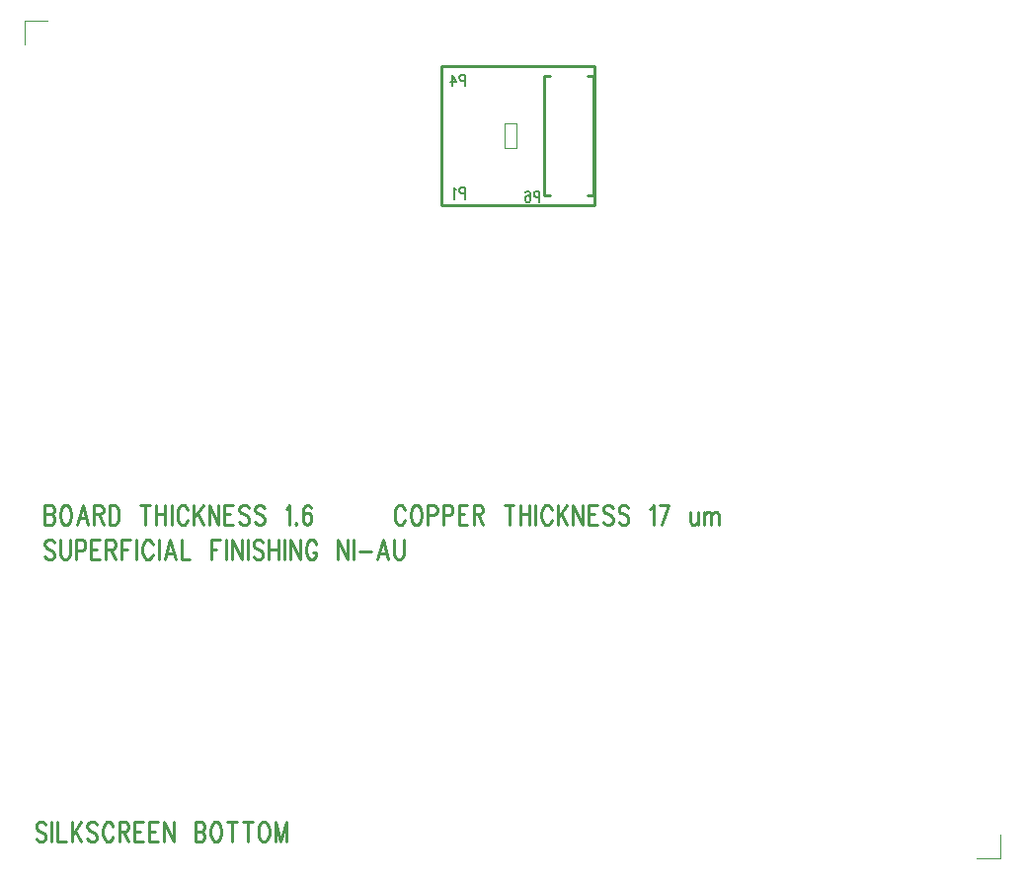
<source format=gbr>
*
*
G04 PADS Layout (Build Number 2007.42.1) generated Gerber (RS-274-X) file*
G04 PC Version=2.1*
*
%IN "TMSBASE-001.pcb"*%
*
%MOIN*%
*
%FSLAX35Y35*%
*
*
*
*
G04 PC Standard Apertures*
*
*
G04 Thermal Relief Aperture macro.*
%AMTER*
1,1,$1,0,0*
1,0,$1-$2,0,0*
21,0,$3,$4,0,0,45*
21,0,$3,$4,0,0,135*
%
*
*
G04 Annular Aperture macro.*
%AMANN*
1,1,$1,0,0*
1,0,$2,0,0*
%
*
*
G04 Odd Aperture macro.*
%AMODD*
1,1,$1,0,0*
1,0,$1-0.005,0,0*
%
*
*
G04 PC Custom Aperture Macros*
*
*
*
*
*
*
G04 PC Aperture Table*
*
%ADD010C,0.01*%
%ADD033C,0.004*%
%ADD187C,0.00591*%
%ADD192C,0.00004*%
*
*
*
*
G04 PC Copper Outlines (0)*
G04 Layer Name TMSBASE-001.pcb - dark (0)*
%LPD*%
*
*
G04 PC Area=Custom_Thermal*
*
G04 PC Custom Flashes*
G04 Layer Name TMSBASE-001.pcb - flashes*
%LPD*%
*
*
G04 PC Circuitry*
G04 Layer Name TMSBASE-001.pcb - circuitry*
%LPD*%
*
G54D10*
G01X177478Y264187D02*
X175510D01*
Y224030*
X177478*
X190077Y264187D02*
X192045D01*
Y224030*
X190077*
X10081Y106505D02*
X9627Y107130D01*
X8945Y107442*
X8036*
X7354Y107130*
X6900Y106505*
Y105880*
X7127Y105255*
X7354Y104942*
X7809Y104630*
X9172Y104005*
X9627Y103692*
X9854Y103380*
X10081Y102755*
Y101817*
X9627Y101192*
X8945Y100880*
X8036*
X7354Y101192*
X6900Y101817*
X12127Y107442D02*
Y102755D01*
X12354Y101817*
X12809Y101192*
X13491Y100880*
X13945*
X14627Y101192*
X15081Y101817*
X15309Y102755*
Y107442*
X17354D02*
Y100880D01*
Y107442D02*
X19400D01*
X20081Y107130*
X20309Y106817*
X20536Y106192*
Y105255*
X20309Y104630*
X20081Y104317*
X19400Y104005*
X17354*
X22581Y107442D02*
Y100880D01*
Y107442D02*
X25536D01*
X22581Y104317D02*
X24400D01*
X22581Y100880D02*
X25536D01*
X27581Y107442D02*
Y100880D01*
Y107442D02*
X29627D01*
X30309Y107130*
X30536Y106817*
X30763Y106192*
Y105567*
X30536Y104942*
X30309Y104630*
X29627Y104317*
X27581*
X29172D02*
X30763Y100880D01*
X32809Y107442D02*
Y100880D01*
Y107442D02*
X35763D01*
X32809Y104317D02*
X34627D01*
X37809Y107442D02*
Y100880D01*
X43263Y105880D02*
X43036Y106505D01*
X42581Y107130*
X42127Y107442*
X41218*
X40763Y107130*
X40309Y106505*
X40081Y105880*
X39854Y104942*
Y103380*
X40081Y102442*
X40309Y101817*
X40763Y101192*
X41218Y100880*
X42127*
X42581Y101192*
X43036Y101817*
X43263Y102442*
X45309Y107442D02*
Y100880D01*
X49172Y107442D02*
X47354Y100880D01*
X49172Y107442D02*
X50991Y100880D01*
X48036Y103067D02*
X50309D01*
X53036Y107442D02*
Y100880D01*
X55763*
X63036Y107442D02*
Y100880D01*
Y107442D02*
X65991D01*
X63036Y104317D02*
X64854D01*
X68036Y107442D02*
Y100880D01*
X70081Y107442D02*
Y100880D01*
Y107442D02*
X73263Y100880D01*
Y107442D02*
Y100880D01*
X75309Y107442D02*
Y100880D01*
X80536Y106505D02*
X80081Y107130D01*
X79400Y107442*
X78491*
X77809Y107130*
X77354Y106505*
Y105880*
X77581Y105255*
X77809Y104942*
X78263Y104630*
X79627Y104005*
X80081Y103692*
X80309Y103380*
X80536Y102755*
Y101817*
X80081Y101192*
X79400Y100880*
X78491*
X77809Y101192*
X77354Y101817*
X82581Y107442D02*
Y100880D01*
X85763Y107442D02*
Y100880D01*
X82581Y104317D02*
X85763D01*
X87809Y107442D02*
Y100880D01*
X89854Y107442D02*
Y100880D01*
Y107442D02*
X93036Y100880D01*
Y107442D02*
Y100880D01*
X98491Y105880D02*
X98263Y106505D01*
X97809Y107130*
X97354Y107442*
X96445*
X95991Y107130*
X95536Y106505*
X95309Y105880*
X95081Y104942*
Y103380*
X95309Y102442*
X95536Y101817*
X95991Y101192*
X96445Y100880*
X97354*
X97809Y101192*
X98263Y101817*
X98491Y102442*
Y103380*
X97354D02*
X98491D01*
X105763Y107442D02*
Y100880D01*
Y107442D02*
X108945Y100880D01*
Y107442D02*
Y100880D01*
X110991Y107442D02*
Y100880D01*
X113036Y103692D02*
X117127D01*
X120991Y107442D02*
X119172Y100880D01*
X120991Y107442D02*
X122809Y100880D01*
X119854Y103067D02*
X122127D01*
X124854Y107442D02*
Y102755D01*
X125081Y101817*
X125536Y101192*
X126218Y100880*
X126672*
X127354Y101192*
X127809Y101817*
X128036Y102755*
Y107442*
X6900Y119253D02*
Y112691D01*
Y119253D02*
X8945D01*
X9627Y118941*
X9854Y118628*
X10081Y118003*
Y117378*
X9854Y116753*
X9627Y116441*
X8945Y116128*
X6900D02*
X8945D01*
X9627Y115816*
X9854Y115503*
X10081Y114878*
Y113941*
X9854Y113316*
X9627Y113003*
X8945Y112691*
X6900*
X13491Y119253D02*
X13036Y118941D01*
X12581Y118316*
X12354Y117691*
X12127Y116753*
Y115191*
X12354Y114253*
X12581Y113628*
X13036Y113003*
X13491Y112691*
X14400*
X14854Y113003*
X15309Y113628*
X15536Y114253*
X15763Y115191*
Y116753*
X15536Y117691*
X15309Y118316*
X14854Y118941*
X14400Y119253*
X13491*
X19627D02*
X17809Y112691D01*
X19627Y119253D02*
X21445Y112691D01*
X18491Y114878D02*
X20763D01*
X23491Y119253D02*
Y112691D01*
Y119253D02*
X25536D01*
X26218Y118941*
X26445Y118628*
X26672Y118003*
Y117378*
X26445Y116753*
X26218Y116441*
X25536Y116128*
X23491*
X25081D02*
X26672Y112691D01*
X28718Y119253D02*
Y112691D01*
Y119253D02*
X30309D01*
X30991Y118941*
X31445Y118316*
X31672Y117691*
X31900Y116753*
Y115191*
X31672Y114253*
X31445Y113628*
X30991Y113003*
X30309Y112691*
X28718*
X40763Y119253D02*
Y112691D01*
X39172Y119253D02*
X42354D01*
X44400D02*
Y112691D01*
X47581Y119253D02*
Y112691D01*
X44400Y116128D02*
X47581D01*
X49627Y119253D02*
Y112691D01*
X55081Y117691D02*
X54854Y118316D01*
X54400Y118941*
X53945Y119253*
X53036*
X52581Y118941*
X52127Y118316*
X51900Y117691*
X51672Y116753*
Y115191*
X51900Y114253*
X52127Y113628*
X52581Y113003*
X53036Y112691*
X53945*
X54400Y113003*
X54854Y113628*
X55081Y114253*
X57127Y119253D02*
Y112691D01*
X60309Y119253D02*
X57127Y114878D01*
X58263Y116441D02*
X60309Y112691D01*
X62354Y119253D02*
Y112691D01*
Y119253D02*
X65536Y112691D01*
Y119253D02*
Y112691D01*
X67581Y119253D02*
Y112691D01*
Y119253D02*
X70536D01*
X67581Y116128D02*
X69400D01*
X67581Y112691D02*
X70536D01*
X75763Y118316D02*
X75309Y118941D01*
X74627Y119253*
X73718*
X73036Y118941*
X72581Y118316*
Y117691*
X72809Y117066*
X73036Y116753*
X73491Y116441*
X74854Y115816*
X75309Y115503*
X75536Y115191*
X75763Y114566*
Y113628*
X75309Y113003*
X74627Y112691*
X73718*
X73036Y113003*
X72581Y113628*
X80991Y118316D02*
X80536Y118941D01*
X79854Y119253*
X78945*
X78263Y118941*
X77809Y118316*
Y117691*
X78036Y117066*
X78263Y116753*
X78718Y116441*
X80081Y115816*
X80536Y115503*
X80763Y115191*
X80991Y114566*
Y113628*
X80536Y113003*
X79854Y112691*
X78945*
X78263Y113003*
X77809Y113628*
X88263Y118003D02*
X88718Y118316D01*
X89400Y119253*
Y112691*
X91672Y113316D02*
X91445Y113003D01*
X91672Y112691*
X91900Y113003*
X91672Y113316*
X96672Y118316D02*
X96445Y118941D01*
X95763Y119253*
X95309*
X94627Y118941*
X94172Y118003*
X93945Y116441*
Y114878*
X94172Y113628*
X94627Y113003*
X95309Y112691*
X95536*
X96218Y113003*
X96672Y113628*
X96900Y114566*
Y114878*
X96672Y115816*
X96218Y116441*
X95536Y116753*
X95309*
X94627Y116441*
X94172Y115816*
X93945Y114878*
X128419Y117691D02*
X128192Y118316D01*
X127737Y118941*
X127283Y119253*
X126373*
X125919Y118941*
X125464Y118316*
X125237Y117691*
X125010Y116753*
Y115191*
X125237Y114253*
X125464Y113628*
X125919Y113003*
X126373Y112691*
X127283*
X127737Y113003*
X128192Y113628*
X128419Y114253*
X131828Y119253D02*
X131373Y118941D01*
X130919Y118316*
X130692Y117691*
X130464Y116753*
Y115191*
X130692Y114253*
X130919Y113628*
X131373Y113003*
X131828Y112691*
X132737*
X133192Y113003*
X133646Y113628*
X133873Y114253*
X134101Y115191*
Y116753*
X133873Y117691*
X133646Y118316*
X133192Y118941*
X132737Y119253*
X131828*
X136146D02*
Y112691D01*
Y119253D02*
X138192D01*
X138873Y118941*
X139101Y118628*
X139328Y118003*
Y117066*
X139101Y116441*
X138873Y116128*
X138192Y115816*
X136146*
X141373Y119253D02*
Y112691D01*
Y119253D02*
X143419D01*
X144101Y118941*
X144328Y118628*
X144555Y118003*
Y117066*
X144328Y116441*
X144101Y116128*
X143419Y115816*
X141373*
X146601Y119253D02*
Y112691D01*
Y119253D02*
X149555D01*
X146601Y116128D02*
X148419D01*
X146601Y112691D02*
X149555D01*
X151601Y119253D02*
Y112691D01*
Y119253D02*
X153646D01*
X154328Y118941*
X154555Y118628*
X154783Y118003*
Y117378*
X154555Y116753*
X154328Y116441*
X153646Y116128*
X151601*
X153192D02*
X154783Y112691D01*
X163646Y119253D02*
Y112691D01*
X162055Y119253D02*
X165237D01*
X167283D02*
Y112691D01*
X170464Y119253D02*
Y112691D01*
X167283Y116128D02*
X170464D01*
X172510Y119253D02*
Y112691D01*
X177964Y117691D02*
X177737Y118316D01*
X177283Y118941*
X176828Y119253*
X175919*
X175464Y118941*
X175010Y118316*
X174783Y117691*
X174555Y116753*
Y115191*
X174783Y114253*
X175010Y113628*
X175464Y113003*
X175919Y112691*
X176828*
X177283Y113003*
X177737Y113628*
X177964Y114253*
X180010Y119253D02*
Y112691D01*
X183192Y119253D02*
X180010Y114878D01*
X181146Y116441D02*
X183192Y112691D01*
X185237Y119253D02*
Y112691D01*
Y119253D02*
X188419Y112691D01*
Y119253D02*
Y112691D01*
X190464Y119253D02*
Y112691D01*
Y119253D02*
X193419D01*
X190464Y116128D02*
X192283D01*
X190464Y112691D02*
X193419D01*
X198646Y118316D02*
X198192Y118941D01*
X197510Y119253*
X196601*
X195919Y118941*
X195464Y118316*
Y117691*
X195692Y117066*
X195919Y116753*
X196373Y116441*
X197737Y115816*
X198192Y115503*
X198419Y115191*
X198646Y114566*
Y113628*
X198192Y113003*
X197510Y112691*
X196601*
X195919Y113003*
X195464Y113628*
X203873Y118316D02*
X203419Y118941D01*
X202737Y119253*
X201828*
X201146Y118941*
X200692Y118316*
Y117691*
X200919Y117066*
X201146Y116753*
X201601Y116441*
X202964Y115816*
X203419Y115503*
X203646Y115191*
X203873Y114566*
Y113628*
X203419Y113003*
X202737Y112691*
X201828*
X201146Y113003*
X200692Y113628*
X211146Y118003D02*
X211601Y118316D01*
X212283Y119253*
Y112691*
X217510Y119253D02*
X215237Y112691D01*
X214328Y119253D02*
X217510D01*
X224783Y117066D02*
Y113941D01*
X225010Y113003*
X225464Y112691*
X226146*
X226601Y113003*
X227283Y113941*
Y117066D02*
Y112691D01*
X229328Y117066D02*
Y112691D01*
Y115816D02*
X230010Y116753D01*
X230464Y117066*
X231146*
X231601Y116753*
X231828Y115816*
Y112691*
Y115816D02*
X232510Y116753D01*
X232964Y117066*
X233646*
X234101Y116753*
X234328Y115816*
Y112691*
X7156Y11162D02*
X6702Y11787D01*
X6020Y12100*
X5111*
X4429Y11787*
X3974Y11162*
Y10537*
X4202Y9912*
X4429Y9600*
X4884Y9287*
X4884D02*
X6247Y8662D01*
X6702Y8350*
X6929Y8037*
X7156Y7412*
Y6475*
X6702Y5850*
X6020Y5537*
X5111*
X4429Y5850*
X3974Y6475*
X9202Y12100D02*
Y5537D01*
X11247Y12100D02*
Y5537D01*
X13974*
X16020Y12100D02*
Y5537D01*
X19202Y12100D02*
X16020Y7725D01*
X17156Y9287D02*
X19202Y5537D01*
X24429Y11162D02*
X23974Y11787D01*
X23293Y12100*
X22384*
X22384D02*
X21702Y11787D01*
X21247Y11162*
Y10537*
X21474Y9912*
X21702Y9600*
X22156Y9287*
X23520Y8662*
X23974Y8350*
X24202Y8037*
X24429Y7412*
Y6475*
X23974Y5850*
X23293Y5537*
X22384*
X22384D02*
X21702Y5850D01*
X21247Y6475*
X29884Y10537D02*
X29656Y11162D01*
X29202Y11787*
X28747Y12100*
X27838*
X27384Y11787*
X27384D02*
X26929Y11162D01*
X26702Y10537*
X26474Y9600*
Y8037*
X26702Y7100*
X26929Y6475*
X27384Y5850*
X27384D02*
X27838Y5537D01*
X28747*
X29202Y5850*
X29656Y6475*
X29884Y7100*
X31929Y12100D02*
Y5537D01*
Y12100D02*
X33974D01*
X34656Y11787*
X34884Y11475*
X34884D02*
X35111Y10850D01*
Y10225*
X34884Y9600*
X34884D02*
X34656Y9287D01*
X33974Y8975*
X31929*
X33520D02*
X35111Y5537D01*
X37156Y12100D02*
Y5537D01*
Y12100D02*
X40111D01*
X37156Y8975D02*
X38974D01*
X37156Y5537D02*
X40111D01*
X42156Y12100D02*
Y5537D01*
Y12100D02*
X45111D01*
X42156Y8975D02*
X43974D01*
X42156Y5537D02*
X45111D01*
X47156Y12100D02*
Y5537D01*
Y12100D02*
X50338Y5537D01*
Y12100D02*
Y5537D01*
X57611Y12100D02*
Y5537D01*
Y12100D02*
X59656D01*
X60338Y11787*
X60565Y11475*
X60793Y10850*
Y10225*
X60565Y9600*
X60338Y9287*
X59656Y8975*
X57611D02*
X59656D01*
X60338Y8662*
X60565Y8350*
X60793Y7725*
Y6787*
X60565Y6162*
X60338Y5850*
X59656Y5537*
X57611*
X64202Y12100D02*
X63747Y11787D01*
X63293Y11162*
X63065Y10537*
X62838Y9600*
Y8037*
X63065Y7100*
X63293Y6475*
X63747Y5850*
X64202Y5537*
X65111*
X65565Y5850*
X66020Y6475*
X66247Y7100*
X66474Y8037*
Y9600*
X66247Y10537*
X66020Y11162*
X65565Y11787*
X65111Y12100*
X64202*
X70111D02*
Y5537D01*
X68520Y12100D02*
X71702D01*
X75338D02*
Y5537D01*
X73747Y12100D02*
X76929D01*
X80338D02*
X79884Y11787D01*
X79884D02*
X79429Y11162D01*
X79202Y10537*
X78974Y9600*
Y8037*
X79202Y7100*
X79429Y6475*
X79884Y5850*
X79884D02*
X80338Y5537D01*
X81247*
X81702Y5850*
X82156Y6475*
X82384Y7100*
X82384D02*
X82611Y8037D01*
Y9600*
X82384Y10537*
X82384D02*
X82156Y11162D01*
X81702Y11787*
X81247Y12100*
X80338*
X84656D02*
Y5537D01*
Y12100D02*
X86474Y5537D01*
X88293Y12100D02*
X86474Y5537D01*
X88293Y12100D02*
Y5537D01*
X192439Y220486D02*
Y267730D01*
X140864*
Y220486*
X192439*
G54D33*
X162093Y248308D02*
X166093D01*
Y239908*
X162093*
Y248308*
G54D187*
X148738Y226630D02*
Y222754D01*
Y226630D02*
X147530D01*
X147128Y226445*
X146993Y226261*
X146859Y225891*
Y225338*
X146993Y224969*
X147128Y224784*
X147530Y224600*
X148738*
X145651Y225891D02*
X145383Y226076D01*
X144980Y226630*
Y222754*
X148738Y264724D02*
Y260849D01*
Y264724D02*
X147530D01*
X147128Y264540*
X146993Y264355*
X146859Y263986*
Y263432*
X146993Y263063*
X147128Y262879*
X147530Y262694*
X148738*
X144309Y264724D02*
X145651Y262141D01*
X145651D02*
X143638D01*
X144309Y264724D02*
Y260849D01*
X173907Y225417D02*
Y221541D01*
Y225417D02*
X172700D01*
X172297Y225232*
X172163Y225048*
X172028Y224679*
Y224125*
X172163Y223756*
X172297Y223571*
X172700Y223387*
X173907*
X169210Y224863D02*
X169344Y225232D01*
X169747Y225417*
X170015*
X170418Y225232*
X170686Y224679*
X170821Y223756*
Y222833*
X170686Y222095*
X170418Y221726*
X170015Y221541*
X169881*
X169478Y221726*
X169210Y222095*
X169076Y222649*
Y222833*
X169210Y223387*
X169478Y223756*
X169881Y223940*
X170015*
X170418Y223756*
X170686Y223387*
X170821Y222833*
G54D192*
X2Y274955D02*
Y282829D01*
X7876*
X321537Y2D02*
X329411D01*
Y7876*
X0Y0D02*
M02*

</source>
